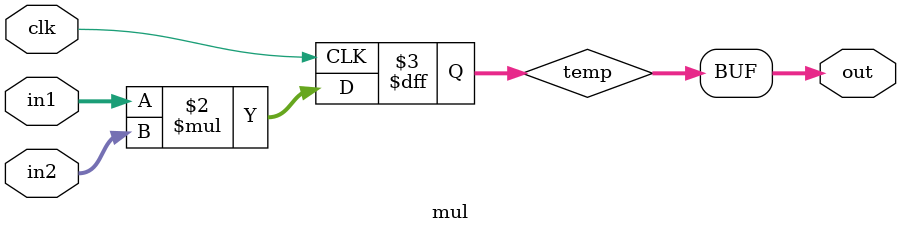
<source format=sv>
module mul(in1,
           in2,
           clk,
           out
           );
    
   parameter N=8;

   input [N-1:0]  in1,in2;
   input              clk;
  	output [(2*N)-1:0] out;
  	reg[(2*N)-1:0]     temp;

  	assign out=temp;
  
  	always@(posedge clk)
        begin
           temp=in1*in2;
        end

endmodule
</source>
